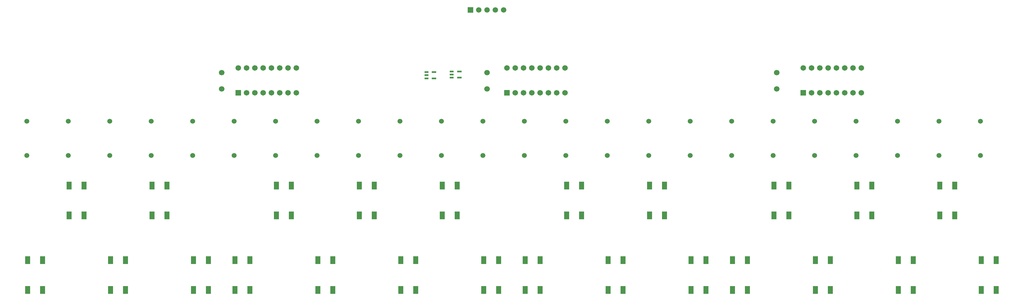
<source format=gts>
G04 Layer: TopSolderMaskLayer*
G04 EasyEDA v6.5.43, 2024-08-28 13:52:04*
G04 cb6e2e9fbd21486d88ae5690d2d3dc00,10*
G04 Gerber Generator version 0.2*
G04 Scale: 100 percent, Rotated: No, Reflected: No *
G04 Dimensions in millimeters *
G04 leading zeros omitted , absolute positions ,4 integer and 5 decimal *
%FSLAX45Y45*%
%MOMM*%

%AMMACRO1*4,1,8,-0.7711,-1.2008,-0.8008,-1.171,-0.8008,1.1711,-0.7711,1.2008,0.771,1.2008,0.8008,1.1711,0.8008,-1.171,0.771,-1.2008,-0.7711,-1.2008,0*%
%AMMACRO2*4,1,8,-0.8211,-0.8508,-0.8508,-0.821,-0.8508,0.821,-0.8211,0.8508,0.821,0.8508,0.8508,0.821,0.8508,-0.821,0.821,-0.8508,-0.8211,-0.8508,0*%
%AMMACRO3*4,1,8,-0.8211,-0.8508,-0.8508,-0.821,-0.8508,0.8211,-0.8211,0.8508,0.821,0.8508,0.8508,0.8211,0.8508,-0.821,0.821,-0.8508,-0.8211,-0.8508,0*%
%AMMACRO4*4,1,8,-0.5996,-0.2958,-0.6293,-0.266,-0.6293,0.2661,-0.5996,0.2958,0.5995,0.2958,0.6293,0.2661,0.6293,-0.266,0.5995,-0.2958,-0.5996,-0.2958,0*%
%AMMACRO5*4,1,8,-0.6086,-0.2958,-0.6383,-0.266,-0.6383,0.2661,-0.6086,0.2958,0.6085,0.2958,0.6383,0.2661,0.6383,-0.266,0.6085,-0.2958,-0.6086,-0.2958,0*%
%AMMACRO6*4,1,8,-0.8085,-0.8382,-0.8382,-0.8084,-0.8382,0.8085,-0.8085,0.8382,0.8084,0.8382,0.8382,0.8085,0.8382,-0.8084,0.8084,-0.8382,-0.8085,-0.8382,0*%
%ADD10C,1.7000*%
%ADD11MACRO1*%
%ADD12C,1.7016*%
%ADD13MACRO2*%
%ADD14MACRO3*%
%ADD15MACRO4*%
%ADD16MACRO5*%
%ADD17C,1.6764*%
%ADD18MACRO6*%
%ADD19C,1.5016*%
%ADD20C,1.5020*%

%LPD*%
D10*
G01*
X6477000Y4682294D03*
G01*
X6477000Y4182295D03*
G01*
X14605000Y4182320D03*
G01*
X14605000Y4682319D03*
D11*
G01*
X9877005Y-1069009D03*
G01*
X9876980Y-1978990D03*
G01*
X9426994Y-1069009D03*
G01*
X9426994Y-1978990D03*
G01*
X11147005Y1216990D03*
G01*
X11146980Y307009D03*
G01*
X10696994Y1216990D03*
G01*
X10696994Y307009D03*
G01*
X12417005Y-1069009D03*
G01*
X12416980Y-1978990D03*
G01*
X11966994Y-1069009D03*
G01*
X11966994Y-1978990D03*
G01*
X13687005Y1216990D03*
G01*
X13686980Y307009D03*
G01*
X13236994Y1216990D03*
G01*
X13236994Y307009D03*
G01*
X14957005Y-1069009D03*
G01*
X14956980Y-1978990D03*
G01*
X14506994Y-1069009D03*
G01*
X14506994Y-1978990D03*
G01*
X16227005Y-1069009D03*
G01*
X16226980Y-1978990D03*
G01*
X15776994Y-1069009D03*
G01*
X15776994Y-1978990D03*
G01*
X17497005Y1216990D03*
G01*
X17496980Y307009D03*
G01*
X17046994Y1216990D03*
G01*
X17046994Y307009D03*
G01*
X18767005Y-1069009D03*
G01*
X18766980Y-1978990D03*
G01*
X18316994Y-1069009D03*
G01*
X18316994Y-1978990D03*
G01*
X20037005Y1216990D03*
G01*
X20036980Y307009D03*
G01*
X19586994Y1216990D03*
G01*
X19586994Y307009D03*
G01*
X21307005Y-1069009D03*
G01*
X21306980Y-1978990D03*
G01*
X20856994Y-1069009D03*
G01*
X20856994Y-1978990D03*
G01*
X22577005Y-1069009D03*
G01*
X22576980Y-1978990D03*
G01*
X22126994Y-1069009D03*
G01*
X22126994Y-1978990D03*
G01*
X23847005Y1216990D03*
G01*
X23846980Y307009D03*
G01*
X23396994Y1216990D03*
G01*
X23396994Y307009D03*
G01*
X25117005Y-1069009D03*
G01*
X25116980Y-1978990D03*
G01*
X24666994Y-1069009D03*
G01*
X24666994Y-1978990D03*
G01*
X26386952Y1216990D03*
G01*
X26386927Y307009D03*
G01*
X25936940Y1216990D03*
G01*
X25936940Y307009D03*
G01*
X27656950Y-1069009D03*
G01*
X27656924Y-1978990D03*
G01*
X27206938Y-1069009D03*
G01*
X27206938Y-1978990D03*
G01*
X28926947Y1216990D03*
G01*
X28926922Y307009D03*
G01*
X28476935Y1216990D03*
G01*
X28476935Y307009D03*
G01*
X30196944Y-1069009D03*
G01*
X30196919Y-1978990D03*
G01*
X29746933Y-1069009D03*
G01*
X29746933Y-1978990D03*
G01*
X987005Y-1069009D03*
G01*
X986980Y-1978990D03*
G01*
X536994Y-1069009D03*
G01*
X536994Y-1978990D03*
G01*
X2257005Y1216990D03*
G01*
X2256980Y307009D03*
G01*
X1806994Y1216990D03*
G01*
X1806994Y307009D03*
G01*
X3527005Y-1069009D03*
G01*
X3526980Y-1978990D03*
G01*
X3076994Y-1069009D03*
G01*
X3076994Y-1978990D03*
G01*
X4797005Y1216990D03*
G01*
X4796980Y307009D03*
G01*
X4346994Y1216990D03*
G01*
X4346994Y307009D03*
G01*
X6067005Y-1069009D03*
G01*
X6066980Y-1978990D03*
G01*
X5616994Y-1069009D03*
G01*
X5616994Y-1978990D03*
G01*
X7337005Y-1069009D03*
G01*
X7336980Y-1978990D03*
G01*
X6886994Y-1069009D03*
G01*
X6886994Y-1978990D03*
G01*
X8607005Y1216990D03*
G01*
X8606980Y307009D03*
G01*
X8156994Y1216990D03*
G01*
X8156994Y307009D03*
D10*
G01*
X23482300Y4182320D03*
G01*
X23482300Y4682319D03*
D12*
G01*
X6985000Y4826000D03*
G01*
X7239000Y4826000D03*
G01*
X7493000Y4826000D03*
G01*
X7747000Y4826000D03*
G01*
X8001000Y4826000D03*
G01*
X8255000Y4826000D03*
G01*
X8509000Y4826000D03*
G01*
X8763000Y4826000D03*
G01*
X8763000Y4064000D03*
G01*
X8509000Y4064000D03*
G01*
X8255000Y4064000D03*
G01*
X8001000Y4064000D03*
G01*
X7747000Y4064000D03*
G01*
X7493000Y4064000D03*
G01*
X7239000Y4064000D03*
D13*
G01*
X6984992Y4063993D03*
D12*
G01*
X15214600Y4826000D03*
G01*
X15468600Y4826000D03*
G01*
X15722600Y4826000D03*
G01*
X15976600Y4826000D03*
G01*
X16230600Y4826000D03*
G01*
X16484600Y4826000D03*
G01*
X16738600Y4826000D03*
G01*
X16992600Y4826000D03*
G01*
X16992600Y4064000D03*
G01*
X16738600Y4064000D03*
G01*
X16484600Y4064000D03*
G01*
X16230600Y4064000D03*
G01*
X15976600Y4064000D03*
G01*
X15722600Y4064000D03*
G01*
X15468600Y4064000D03*
D13*
G01*
X15214592Y4063993D03*
D12*
G01*
X24295100Y4826000D03*
G01*
X24549100Y4826000D03*
G01*
X24803100Y4826000D03*
G01*
X25057100Y4826000D03*
G01*
X25311100Y4826000D03*
G01*
X25565100Y4826000D03*
G01*
X25819100Y4826000D03*
G01*
X26073100Y4826000D03*
G01*
X26073100Y4064000D03*
G01*
X25819100Y4064000D03*
G01*
X25565100Y4064000D03*
G01*
X25311100Y4064000D03*
G01*
X25057100Y4064000D03*
G01*
X24803100Y4064000D03*
G01*
X24549100Y4064000D03*
D14*
G01*
X24295092Y4064002D03*
D15*
G01*
X13524433Y4717796D03*
G01*
X13524433Y4622800D03*
G01*
X13524433Y4527804D03*
D16*
G01*
X13755166Y4527804D03*
G01*
X13755166Y4717796D03*
D15*
G01*
X12749733Y4698492D03*
G01*
X12749733Y4603496D03*
G01*
X12749733Y4508500D03*
D16*
G01*
X12980466Y4508500D03*
G01*
X12980466Y4698492D03*
D17*
G01*
X15113000Y6604000D03*
G01*
X14859000Y6604000D03*
G01*
X14605000Y6604000D03*
G01*
X14351000Y6604000D03*
D18*
G01*
X14097000Y6604000D03*
D19*
G01*
X10668000Y3191992D03*
G01*
X10668000Y2142007D03*
G01*
X11938000Y3191992D03*
G01*
X11938000Y2142007D03*
G01*
X13208000Y3191992D03*
G01*
X13208000Y2142007D03*
G01*
X14478000Y3191992D03*
G01*
X14478000Y2142007D03*
G01*
X15748000Y3191992D03*
G01*
X15748000Y2142007D03*
G01*
X17018000Y3191992D03*
G01*
X17018000Y2142007D03*
G01*
X18288000Y3191992D03*
G01*
X18288000Y2142007D03*
G01*
X19558000Y3191992D03*
G01*
X19558000Y2142007D03*
G01*
X20828000Y3191992D03*
G01*
X20828000Y2142007D03*
G01*
X22098000Y3191992D03*
G01*
X22098000Y2142007D03*
G01*
X23368000Y3191992D03*
G01*
X23368000Y2142007D03*
G01*
X24638000Y3191992D03*
G01*
X24638000Y2142007D03*
G01*
X25907949Y3191992D03*
G01*
X25907949Y2142007D03*
G01*
X27177949Y3191992D03*
G01*
X27177949Y2142007D03*
G01*
X28447949Y3191992D03*
G01*
X28447949Y2142007D03*
G01*
X29717949Y3191992D03*
G01*
X29717949Y2142007D03*
D20*
G01*
X8127974Y2141981D03*
G01*
X8127974Y3191992D03*
G01*
X6858000Y2141981D03*
G01*
X6858000Y3191992D03*
G01*
X5588000Y2141981D03*
G01*
X5588000Y3191992D03*
G01*
X4318000Y2141981D03*
G01*
X4318000Y3191992D03*
G01*
X3048000Y2141981D03*
G01*
X3048000Y3191992D03*
G01*
X1778000Y2141981D03*
G01*
X1778000Y3191992D03*
G01*
X508000Y2141981D03*
G01*
X508000Y3191992D03*
G01*
X9397949Y2141981D03*
G01*
X9397949Y3191992D03*
M02*

</source>
